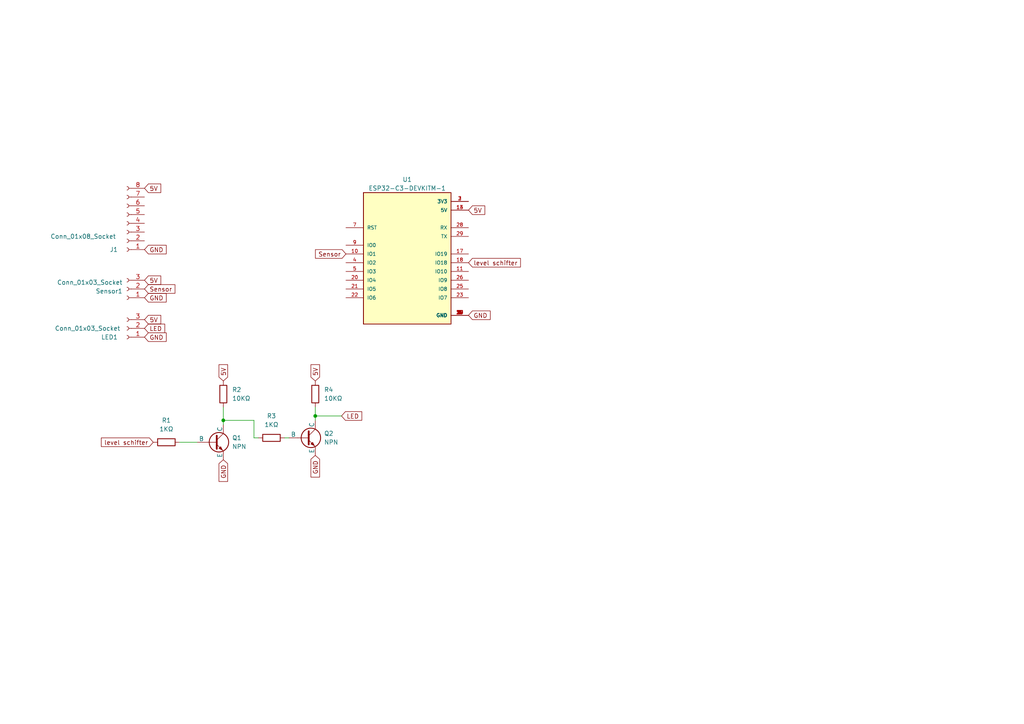
<source format=kicad_sch>
(kicad_sch (version 20230121) (generator eeschema)
  (paper "A4")
  (lib_symbols
    (symbol "Connector:Conn_01x03_Socket" (pin_names (offset 1.016) hide)
      (property "Reference" "J" (at 0 5.08 0))
      (property "Value" "Conn_01x03_Socket" (at 0 -5.08 0))
      (symbol "Conn_01x03_Socket_1_1"
        (arc (start 0 -2.032) (mid -0.5058 -2.54) (end 0 -3.048) (stroke (width 0.1524)))
        (polyline (pts (xy -1.27 -2.54) (xy -0.508 -2.54)) (stroke (width 0.1524)))
        (polyline (pts (xy -1.27 0) (xy -0.508 0)) (stroke (width 0.1524)))
        (polyline (pts (xy -1.27 2.54) (xy -0.508 2.54)) (stroke (width 0.1524)))
        (arc (start 0 0.508) (mid -0.5058 0) (end 0 -0.508) (stroke (width 0.1524)))
        (arc (start 0 3.048) (mid -0.5058 2.54) (end 0 2.032) (stroke (width 0.1524)))
        (pin passive line (at -5.08 2.54 0) (length 3.81) (name "Pin_1") (number "1"))
        (pin passive line (at -5.08 0 0) (length 3.81) (name "Pin_2") (number "2"))
        (pin passive line (at -5.08 -2.54 0) (length 3.81) (name "Pin_3") (number "3"))
      )
    )
    (symbol "Connector:Conn_01x08_Socket" (pin_names (offset 1.016) hide)
      (property "Reference" "J" (at 0 10.16 0))
      (property "Value" "Conn_01x08_Socket" (at 0 -12.7 0))
      (symbol "Conn_01x08_Socket_1_1"
        (arc (start 0 -9.652) (mid -0.5058 -10.16) (end 0 -10.668) (stroke (width 0.1524)))
        (arc (start 0 -7.112) (mid -0.5058 -7.62) (end 0 -8.128) (stroke (width 0.1524)))
        (arc (start 0 -4.572) (mid -0.5058 -5.08) (end 0 -5.588) (stroke (width 0.1524)))
        (arc (start 0 -2.032) (mid -0.5058 -2.54) (end 0 -3.048) (stroke (width 0.1524)))
        (polyline (pts (xy -1.27 -10.16) (xy -0.508 -10.16)) (stroke (width 0.1524)))
        (polyline (pts (xy -1.27 -7.62) (xy -0.508 -7.62)) (stroke (width 0.1524)))
        (polyline (pts (xy -1.27 -5.08) (xy -0.508 -5.08)) (stroke (width 0.1524)))
        (polyline (pts (xy -1.27 -2.54) (xy -0.508 -2.54)) (stroke (width 0.1524)))
        (polyline (pts (xy -1.27 0) (xy -0.508 0)) (stroke (width 0.1524)))
        (polyline (pts (xy -1.27 2.54) (xy -0.508 2.54)) (stroke (width 0.1524)))
        (polyline (pts (xy -1.27 5.08) (xy -0.508 5.08)) (stroke (width 0.1524)))
        (polyline (pts (xy -1.27 7.62) (xy -0.508 7.62)) (stroke (width 0.1524)))
        (arc (start 0 0.508) (mid -0.5058 0) (end 0 -0.508) (stroke (width 0.1524)))
        (arc (start 0 3.048) (mid -0.5058 2.54) (end 0 2.032) (stroke (width 0.1524)))
        (arc (start 0 5.588) (mid -0.5058 5.08) (end 0 4.572) (stroke (width 0.1524)))
        (arc (start 0 8.128) (mid -0.5058 7.62) (end 0 7.112) (stroke (width 0.1524)))
        (pin passive line (at -5.08 7.62 0) (length 3.81) (name "Pin_1") (number "1"))
        (pin passive line (at -5.08 5.08 0) (length 3.81) (name "Pin_2") (number "2"))
        (pin passive line (at -5.08 2.54 0) (length 3.81) (name "Pin_3") (number "3"))
        (pin passive line (at -5.08 0 0) (length 3.81) (name "Pin_4") (number "4"))
        (pin passive line (at -5.08 -2.54 0) (length 3.81) (name "Pin_5") (number "5"))
        (pin passive line (at -5.08 -5.08 0) (length 3.81) (name "Pin_6") (number "6"))
        (pin passive line (at -5.08 -7.62 0) (length 3.81) (name "Pin_7") (number "7"))
        (pin passive line (at -5.08 -10.16 0) (length 3.81) (name "Pin_8") (number "8"))
      )
    )
    (symbol "Device:R" (pin_numbers hide) (pin_names (offset 0))
      (property "Reference" "R" (at 2.032 0 90))
      (property "Value" "R" (at 0 0 90))
      (symbol "R_0_1"
        (rectangle (start -1.016 -2.54) (end 1.016 2.54) (stroke (width 0.254)))
      )
      (symbol "R_1_1"
        (pin passive line (at 0 3.81 270) (length 1.27) (name "~") (number "1"))
        (pin passive line (at 0 -3.81 90) (length 1.27) (name "~") (number "2"))
      )
    )
    (symbol "ESP32-C3-DEVKITM-1:ESP32-C3-DEVKITM-1" (pin_names (offset 1.016))
      (property "Reference" "U" (at -12.7 18.669 0))
      (property "Value" "ESP32-C3-DEVKITM-1" (at -12.7 -22.86 0))
      (symbol "ESP32-C3-DEVKITM-1_0_0"
        (rectangle (start -12.7 -20.32) (end 12.7 17.78) (stroke (width 0.254)) (fill (type background)))
        (pin power_in line (at 17.78 -17.78 180) (length 5.08) (name "GND") (number "1"))
        (pin bidirectional line (at -17.78 0 0) (length 5.08) (name "IO1") (number "10"))
        (pin bidirectional line (at 17.78 -5.08 180) (length 5.08) (name "IO10") (number "11"))
        (pin power_in line (at 17.78 -17.78 180) (length 5.08) (name "GND") (number "12"))
        (pin power_in line (at 17.78 12.7 180) (length 5.08) (name "5V") (number "13"))
        (pin power_in line (at 17.78 12.7 180) (length 5.08) (name "5V") (number "14"))
        (pin power_in line (at 17.78 -17.78 180) (length 5.08) (name "GND") (number "15"))
        (pin power_in line (at 17.78 -17.78 180) (length 5.08) (name "GND") (number "16"))
        (pin bidirectional line (at 17.78 0 180) (length 5.08) (name "IO19") (number "17"))
        (pin bidirectional line (at 17.78 -2.54 180) (length 5.08) (name "IO18") (number "18"))
        (pin power_in line (at 17.78 -17.78 180) (length 5.08) (name "GND") (number "19"))
        (pin power_in line (at 17.78 15.24 180) (length 5.08) (name "3V3") (number "2"))
        (pin bidirectional line (at -17.78 -7.62 0) (length 5.08) (name "IO4") (number "20"))
        (pin bidirectional line (at -17.78 -10.16 0) (length 5.08) (name "IO5") (number "21"))
        (pin bidirectional line (at -17.78 -12.7 0) (length 5.08) (name "IO6") (number "22"))
        (pin bidirectional line (at 17.78 -12.7 180) (length 5.08) (name "IO7") (number "23"))
        (pin power_in line (at 17.78 -17.78 180) (length 5.08) (name "GND") (number "24"))
        (pin bidirectional line (at 17.78 -10.16 180) (length 5.08) (name "IO8") (number "25"))
        (pin bidirectional line (at 17.78 -7.62 180) (length 5.08) (name "IO9") (number "26"))
        (pin power_in line (at 17.78 -17.78 180) (length 5.08) (name "GND") (number "27"))
        (pin bidirectional line (at 17.78 7.62 180) (length 5.08) (name "RX") (number "28"))
        (pin bidirectional line (at 17.78 5.08 180) (length 5.08) (name "TX") (number "29"))
        (pin power_in line (at 17.78 15.24 180) (length 5.08) (name "3V3") (number "3"))
        (pin power_in line (at 17.78 -17.78 180) (length 5.08) (name "GND") (number "30"))
        (pin bidirectional line (at -17.78 -2.54 0) (length 5.08) (name "IO2") (number "4"))
        (pin bidirectional line (at -17.78 -5.08 0) (length 5.08) (name "IO3") (number "5"))
        (pin power_in line (at 17.78 -17.78 180) (length 5.08) (name "GND") (number "6"))
        (pin input line (at -17.78 7.62 0) (length 5.08) (name "RST") (number "7"))
        (pin power_in line (at 17.78 -17.78 180) (length 5.08) (name "GND") (number "8"))
        (pin bidirectional line (at -17.78 2.54 0) (length 5.08) (name "IO0") (number "9"))
      )
    )
    (symbol "Simulation_SPICE:NPN" (pin_numbers hide) (pin_names (offset 0))
      (property "Reference" "Q" (at -2.54 7.62 0))
      (property "Value" "NPN" (at -2.54 5.08 0))
      (symbol "NPN_0_1"
        (polyline (pts (xy -2.54 0) (xy 0.635 0)) (stroke (width 0.1524)))
        (polyline (pts (xy 0.635 0.635) (xy 2.54 2.54)))
        (polyline (pts (xy 2.794 -1.27) (xy 2.794 -1.27)) (stroke (width 0.1524)))
        (polyline (pts (xy 2.794 -1.27) (xy 2.794 -1.27)) (stroke (width 0.1524)))
        (polyline (pts (xy 0.635 -0.635) (xy 2.54 -2.54) (xy 2.54 -2.54)))
        (polyline (pts (xy 0.635 1.905) (xy 0.635 -1.905) (xy 0.635 -1.905)) (stroke (width 0.508)))
        (polyline (pts (xy 1.27 -1.778) (xy 1.778 -1.27) (xy 2.286 -2.286) (xy 1.27 -1.778) (xy 1.27 -1.778)) (fill (type outline)))
        (circle (center 1.27 0) (radius 2.8194) (stroke (width 0.254)))
      )
      (symbol "NPN_1_1"
        (pin open_collector line (at 2.54 5.08 270) (length 2.54) (name "C") (number "1"))
        (pin input line (at -5.08 0 0) (length 2.54) (name "B") (number "2"))
        (pin open_emitter line (at 2.54 -5.08 90) (length 2.54) (name "E") (number "3"))
      )
    )
  )
  (junction (at 91.44 120.65))
  (junction (at 64.77 121.92))
  (wire (pts (xy 64.77 121.92) (xy 73.66 121.92)))
  (wire (pts (xy 91.44 118.11) (xy 91.44 120.65)))
  (wire (pts (xy 91.44 120.65) (xy 91.44 121.92)))
  (wire (pts (xy 52.07 128.27) (xy 57.15 128.27)))
  (wire (pts (xy 73.66 127) (xy 74.93 127)))
  (wire (pts (xy 82.55 127) (xy 83.82 127)))
  (wire (pts (xy 64.77 121.92) (xy 64.77 123.19)))
  (wire (pts (xy 91.44 120.65) (xy 99.06 120.65)))
  (wire (pts (xy 73.66 127) (xy 73.66 121.92)))
  (wire (pts (xy 64.77 118.11) (xy 64.77 121.92)))
  (global_label "5V" (shape input) (at 41.91 92.71 0) (property "Intersheetrefs" "${INTERSHEET_REFS}" (effects hide)))
  (global_label "level schifter" (shape input) (at 44.45 128.27 180) (property "Intersheetrefs" "${INTERSHEET_REFS}" (effects hide)))
  (global_label "GND" (shape input) (at 41.91 86.36 0) (property "Intersheetrefs" "${INTERSHEET_REFS}" (effects hide)))
  (global_label "GND" (shape input) (at 91.44 132.08 270) (property "Intersheetrefs" "${INTERSHEET_REFS}" (effects hide)))
  (global_label "GND" (shape input) (at 135.89 91.44 0) (property "Intersheetrefs" "${INTERSHEET_REFS}" (effects hide)))
  (global_label "LED" (shape input) (at 41.91 95.25 0) (property "Intersheetrefs" "${INTERSHEET_REFS}" (effects hide)))
  (global_label "5V" (shape input) (at 91.44 110.49 90) (property "Intersheetrefs" "${INTERSHEET_REFS}" (effects hide)))
  (global_label "LED" (shape input) (at 99.06 120.65 0) (property "Intersheetrefs" "${INTERSHEET_REFS}" (effects hide)))
  (global_label "GND" (shape input) (at 41.91 72.39 0) (property "Intersheetrefs" "${INTERSHEET_REFS}" (effects hide)))
  (global_label "GND" (shape input) (at 41.91 97.79 0) (property "Intersheetrefs" "${INTERSHEET_REFS}" (effects hide)))
  (global_label "GND" (shape input) (at 64.77 133.35 270) (property "Intersheetrefs" "${INTERSHEET_REFS}" (effects hide)))
  (global_label "5V" (shape input) (at 41.91 54.61 0) (property "Intersheetrefs" "${INTERSHEET_REFS}" (effects hide)))
  (global_label "5V" (shape input) (at 64.77 110.49 90) (property "Intersheetrefs" "${INTERSHEET_REFS}" (effects hide)))
  (global_label "5V" (shape input) (at 41.91 81.28 0) (property "Intersheetrefs" "${INTERSHEET_REFS}" (effects hide)))
  (global_label "5V" (shape input) (at 135.89 60.96 0) (property "Intersheetrefs" "${INTERSHEET_REFS}" (effects hide)))
  (global_label "Sensor" (shape input) (at 41.91 83.82 0) (property "Intersheetrefs" "${INTERSHEET_REFS}" (effects hide)))
  (global_label "Sensor" (shape input) (at 100.33 73.66 180) (property "Intersheetrefs" "${INTERSHEET_REFS}" (effects hide)))
  (global_label "level schifter" (shape input) (at 135.89 76.2 0) (property "Intersheetrefs" "${INTERSHEET_REFS}" (effects hide)))
  (symbol (lib_id "Connector:Conn_01x03_Socket") (at 36.83 95.25 180) (unit 1)
    (property "Reference" "LED1" (at 31.75 97.79 0))
    (property "Value" "Conn_01x03_Socket" (at 25.4 95.25 0))
    (property "Footprint" "Connector_PinSocket_2.54mm:PinSocket_1x03_P2.54mm_Vertical" (effects hide))
  )
  (symbol (lib_id "Connector:Conn_01x03_Socket") (at 36.83 83.82 180) (unit 1)
    (property "Reference" "Sensor1" (at 35.56 84.455 0) (effects (justify left)))
    (property "Value" "Conn_01x03_Socket" (at 35.56 81.915 0) (effects (justify left)))
    (property "Footprint" "Connector_PinSocket_2.54mm:PinSocket_1x03_P2.54mm_Vertical" (effects hide))
  )
  (symbol (lib_id "Device:R") (at 78.74 127 90) (unit 1)
    (property "Reference" "R3" (at 78.74 120.65 90))
    (property "Value" "1KΩ" (at 78.74 123.19 90))
    (property "Footprint" "Resistor_SMD:R_0805_2012Metric" (effects hide))
  )
  (symbol (lib_id "Device:R") (at 64.77 114.3 0) (unit 1)
    (property "Reference" "R2" (at 67.31 113.03 0) (effects (justify left)))
    (property "Value" "10KΩ" (at 67.31 115.57 0) (effects (justify left)))
    (property "Footprint" "Resistor_SMD:R_0805_2012Metric" (effects hide))
  )
  (symbol (lib_id "Device:R") (at 48.26 128.27 90) (unit 1)
    (property "Reference" "R1" (at 48.26 121.92 90))
    (property "Value" "1KΩ" (at 48.26 124.46 90))
    (property "Footprint" "Resistor_SMD:R_0805_2012Metric" (effects hide))
  )
  (symbol (lib_id "Simulation_SPICE:NPN") (at 88.9 127 0) (unit 1)
    (property "Reference" "Q2" (at 93.98 125.73 0) (effects (justify left)))
    (property "Value" "NPN" (at 93.98 128.27 0) (effects (justify left)))
    (property "Footprint" "Package_TO_SOT_SMD:SOT-23" (effects hide))
    (property "Sim.Device" "NPN" (effects hide))
    (property "Sim.Type" "GUMMELPOON" (effects hide))
    (property "Sim.Pins" "1=C 2=B 3=E" (effects hide))
  )
  (symbol (lib_id "Connector:Conn_01x08_Socket") (at 36.83 64.77 180) (unit 1)
    (property "Reference" "J1" (at 33.02 72.39 0))
    (property "Value" "Conn_01x08_Socket" (at 24.13 68.58 0))
    (property "Footprint" "Connector_PinSocket_2.54mm:PinSocket_1x08_P2.54mm_Vertical" (effects hide))
  )
  (symbol (lib_id "Simulation_SPICE:NPN") (at 62.23 128.27 0) (unit 1)
    (property "Reference" "Q1" (at 67.31 127 0) (effects (justify left)))
    (property "Value" "NPN" (at 67.31 129.54 0) (effects (justify left)))
    (property "Footprint" "Package_TO_SOT_SMD:SOT-23" (effects hide))
    (property "Sim.Device" "NPN" (effects hide))
    (property "Sim.Type" "GUMMELPOON" (effects hide))
    (property "Sim.Pins" "1=C 2=B 3=E" (effects hide))
  )
  (symbol (lib_id "Device:R") (at 91.44 114.3 0) (unit 1)
    (property "Reference" "R4" (at 93.98 113.03 0) (effects (justify left)))
    (property "Value" "10KΩ" (at 93.98 115.57 0) (effects (justify left)))
    (property "Footprint" "Resistor_SMD:R_0805_2012Metric" (effects hide))
  )
  (symbol (lib_id "ESP32-C3-DEVKITM-1:ESP32-C3-DEVKITM-1") (at 118.11 73.66 0) (unit 1)
    (property "Reference" "U1" (at 118.11 52.07 0))
    (property "Value" "ESP32-C3-DEVKITM-1" (at 118.11 54.61 0))
    (property "Footprint" "ESP32-C3-DEVKITM-1:XCVR_ESP32-C3-DEVKITM-1" (effects hide))
    (property "MF" "Espressif Systems" (effects hide))
    (property "Description" "\nWiFi Development Tools (802.11) (ENGINEERING SAMPLE ONLY) ESP32-C3 General-Purpose Dev Board, Embeds ESP32-C3-MINI-1, 4 MB Flash, w/ Pin Header\n" (effects hide))
    (property "Package" "None" (effects hide))
    (property "Price" "None" (effects hide))
    (property "Check_prices" "https://www.snapeda.com/parts/ESP32-C3-DEVKITM-1/Espressif+Systems/view-part/?ref=eda" (effects hide))
    (property "STANDARD" "Manufacturer Recommendations" (effects hide))
    (property "SnapEDA_Link" "https://www.snapeda.com/parts/ESP32-C3-DEVKITM-1/Espressif+Systems/view-part/?ref=snap" (effects hide))
    (property "MP" "ESP32-C3-DEVKITM-1" (effects hide))
    (property "Purchase-URL" "https://www.snapeda.com/api/url_track_click_mouser/?unipart_id=5722640&manufacturer=Espressif Systems&part_name=ESP32-C3-DEVKITM-1&search_term=None" (effects hide))
    (property "Availability" "In Stock" (effects hide))
    (property "MANUFACTURER" "Espressif" (effects hide))
  )
)
</source>
